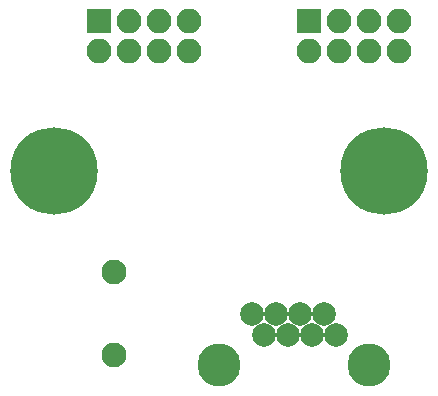
<source format=gbr>
G04 #@! TF.FileFunction,Soldermask,Bot*
%FSLAX46Y46*%
G04 Gerber Fmt 4.6, Leading zero omitted, Abs format (unit mm)*
G04 Created by KiCad (PCBNEW 4.0.5) date 04/03/17 14:34:28*
%MOMM*%
%LPD*%
G01*
G04 APERTURE LIST*
%ADD10C,0.100000*%
%ADD11C,2.101800*%
%ADD12C,3.650000*%
%ADD13C,2.000000*%
%ADD14R,2.100000X2.100000*%
%ADD15O,2.100000X2.100000*%
%ADD16C,7.400000*%
G04 APERTURE END LIST*
D10*
D11*
X35560000Y-52984400D03*
X35560000Y-59994800D03*
D12*
X44450000Y-60840000D03*
X57150000Y-60840000D03*
D13*
X50300000Y-58300000D03*
X52330000Y-58300000D03*
X49270000Y-56520000D03*
X51300000Y-56520000D03*
X47240000Y-56520000D03*
X48270000Y-58300000D03*
X53330000Y-56520000D03*
X54360000Y-58300000D03*
D14*
X52070000Y-31750000D03*
D15*
X52070000Y-34290000D03*
X54610000Y-31750000D03*
X54610000Y-34290000D03*
X57150000Y-31750000D03*
X57150000Y-34290000D03*
X59690000Y-31750000D03*
X59690000Y-34290000D03*
D14*
X34290000Y-31750000D03*
D15*
X34290000Y-34290000D03*
X36830000Y-31750000D03*
X36830000Y-34290000D03*
X39370000Y-31750000D03*
X39370000Y-34290000D03*
X41910000Y-31750000D03*
X41910000Y-34290000D03*
D16*
X58420000Y-44450000D03*
X30480000Y-44450000D03*
M02*

</source>
